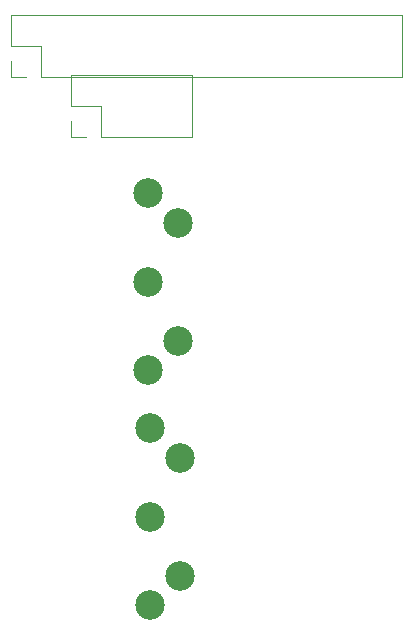
<source format=gbo>
G04 #@! TF.GenerationSoftware,KiCad,Pcbnew,(6.0.5)*
G04 #@! TF.CreationDate,2022-08-31T18:22:49+01:00*
G04 #@! TF.ProjectId,RPi-V1-Synth-IOBoard,5250692d-5631-42d5-9379-6e74682d494f,rev?*
G04 #@! TF.SameCoordinates,Original*
G04 #@! TF.FileFunction,Legend,Bot*
G04 #@! TF.FilePolarity,Positive*
%FSLAX46Y46*%
G04 Gerber Fmt 4.6, Leading zero omitted, Abs format (unit mm)*
G04 Created by KiCad (PCBNEW (6.0.5)) date 2022-08-31 18:22:49*
%MOMM*%
%LPD*%
G01*
G04 APERTURE LIST*
%ADD10C,0.120000*%
%ADD11C,2.499360*%
G04 APERTURE END LIST*
D10*
X144425360Y-131609140D02*
X145755360Y-131609140D01*
X147025360Y-129009140D02*
X147025360Y-131609140D01*
X147025360Y-131609140D02*
X177565360Y-131609140D01*
X144425360Y-126409140D02*
X177565360Y-126409140D01*
X177565360Y-126409140D02*
X177565360Y-131609140D01*
X144425360Y-129009140D02*
X147025360Y-129009140D01*
X144425360Y-130279140D02*
X144425360Y-131609140D01*
X144425360Y-126409140D02*
X144425360Y-129009140D01*
X149505360Y-135359140D02*
X149505360Y-136689140D01*
X149505360Y-134089140D02*
X152105360Y-134089140D01*
X159785360Y-131489140D02*
X159785360Y-136689140D01*
X149505360Y-136689140D02*
X150835360Y-136689140D01*
X152105360Y-134089140D02*
X152105360Y-136689140D01*
X149505360Y-131489140D02*
X149505360Y-134089140D01*
X149505360Y-131489140D02*
X159785360Y-131489140D01*
X152105360Y-136689140D02*
X159785360Y-136689140D01*
D11*
X156083000Y-141472920D03*
X158584900Y-153967180D03*
X156085540Y-148971000D03*
X156083000Y-156469080D03*
X158584900Y-143974820D03*
X156235400Y-161361120D03*
X158737300Y-173855380D03*
X156237940Y-168859200D03*
X156235400Y-176357280D03*
X158737300Y-163863020D03*
M02*

</source>
